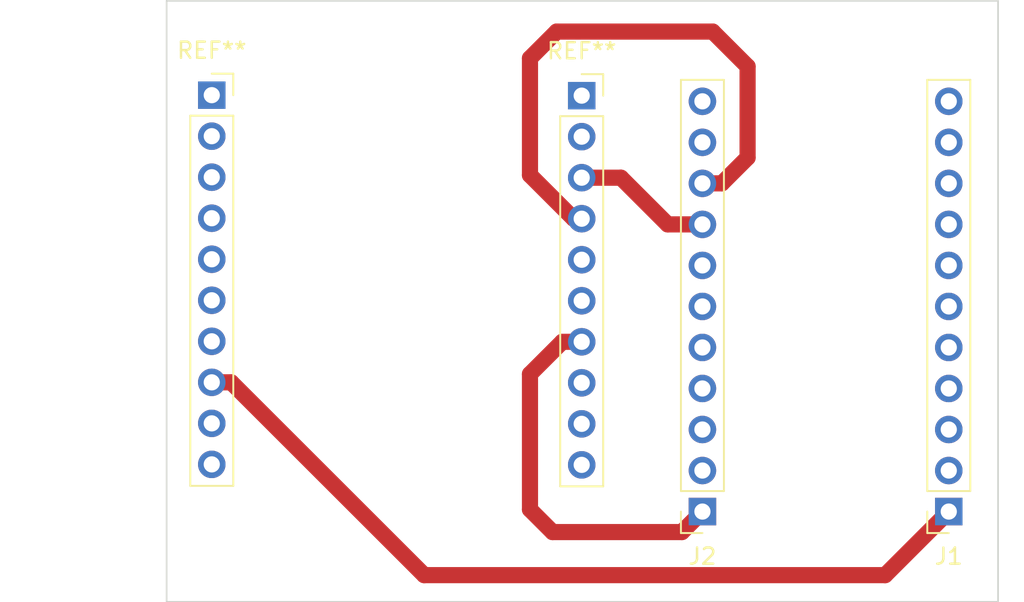
<source format=kicad_pcb>
(kicad_pcb (version 20211014) (generator pcbnew)
  (layers (0 "F.Cu" signal) (31 "B.Cu" signal) (34 "B.Paste" user) (35 "F.Paste" user) (36 "B.SilkS" user "B.Silkscreen") (37 "F.SilkS" user "F.Silkscreen") (38 "B.Mask" user) (39 "F.Mask" user) (44 "Edge.Cuts" user))
  (net 0 "")
  (net 1 "3v3")
  (net 2 "GND")
  (net 19 "SCL")
  (net 20 "SDA")
  (footprint "Connector_PinSocket_2.54mm:PinSocket_1x11_P2.54mm_Vertical" (layer "F.Cu") (at 149.733 109.855 180)
    (fp_text reference "J2" (at 0 -2.77) (layer "F.SilkS"))
    (fp_text value "Conn_01x12")
    (fp_line (start -1.33 1.27) (end -1.33 26.73) (layer "F.SilkS") (width 0.12))
    (fp_line (start 1.33 1.27) (end 1.33 26.73) (layer "F.SilkS") (width 0.12))
    (fp_line (start 0 -1.33) (end 1.33 -1.33) (layer "F.SilkS") (width 0.12))
    (fp_line (start -1.33 26.73) (end 1.33 26.73) (layer "F.SilkS") (width 0.12))
    (fp_line (start -1.33 1.27) (end 1.33 1.27) (layer "F.SilkS") (width 0.12))
    (fp_line (start 1.33 -1.33) (end 1.33 0) (layer "F.SilkS") (width 0.12))
    (pad "1" thru_hole rect (at 0 0 180) (size 1.7 1.7) (drill 1) (layers *.Cu *.Mask) (net 2 "GND"))
    (pad "2" thru_hole oval (at 0 2.54 180) (size 1.7 1.7) (drill 1) (layers *.Cu *.Mask))
    (pad "3" thru_hole oval (at 0 5.08 180) (size 1.7 1.7) (drill 1) (layers *.Cu *.Mask))
    (pad "4" thru_hole oval (at 0 7.62 180) (size 1.7 1.7) (drill 1) (layers *.Cu *.Mask))
    (pad "5" thru_hole oval (at 0 10.16 180) (size 1.7 1.7) (drill 1) (layers *.Cu *.Mask))
    (pad "6" thru_hole oval (at 0 12.7 180) (size 1.7 1.7) (drill 1) (layers *.Cu *.Mask))
    (pad "7" thru_hole oval (at 0 15.24 180) (size 1.7 1.7) (drill 1) (layers *.Cu *.Mask))
    (pad "8" thru_hole oval (at 0 17.78 180) (size 1.7 1.7) (drill 1) (layers *.Cu *.Mask) (net 19 "SCL"))
    (pad "9" thru_hole oval (at 0 20.32 180) (size 1.7 1.7) (drill 1) (layers *.Cu *.Mask) (net 20 "SDA"))
    (pad "10" thru_hole oval (at 0 22.86 180) (size 1.7 1.7) (drill 1) (layers *.Cu *.Mask))
    (pad "11" thru_hole oval (at 0 25.4 180) (size 1.7 1.7) (drill 1) (layers *.Cu *.Mask))
  )
  (footprint "Connector_PinSocket_2.54mm:PinSocket_1x11_P2.54mm_Vertical" (layer "F.Cu") (at 164.973 109.855 180)
    (fp_text reference "J1" (at 0 -2.77) (layer "F.SilkS"))
    (fp_text value "Conn_01x12")
    (fp_line (start -1.33 1.27) (end -1.33 26.73) (layer "F.SilkS") (width 0.12))
    (fp_line (start 1.33 -1.33) (end 1.33 0) (layer "F.SilkS") (width 0.12))
    (fp_line (start -1.33 1.27) (end 1.33 1.27) (layer "F.SilkS") (width 0.12))
    (fp_line (start -1.33 26.73) (end 1.33 26.73) (layer "F.SilkS") (width 0.12))
    (fp_line (start 1.33 1.27) (end 1.33 26.73) (layer "F.SilkS") (width 0.12))
    (fp_line (start 0 -1.33) (end 1.33 -1.33) (layer "F.SilkS") (width 0.12))
    (pad "1" thru_hole rect (at 0 0 180) (size 1.7 1.7) (drill 1) (layers *.Cu *.Mask) (net 1 "3v3"))
    (pad "2" thru_hole oval (at 0 2.54 180) (size 1.7 1.7) (drill 1) (layers *.Cu *.Mask))
    (pad "3" thru_hole oval (at 0 5.08 180) (size 1.7 1.7) (drill 1) (layers *.Cu *.Mask))
    (pad "4" thru_hole oval (at 0 7.62 180) (size 1.7 1.7) (drill 1) (layers *.Cu *.Mask))
    (pad "5" thru_hole oval (at 0 10.16 180) (size 1.7 1.7) (drill 1) (layers *.Cu *.Mask))
    (pad "6" thru_hole oval (at 0 12.7 180) (size 1.7 1.7) (drill 1) (layers *.Cu *.Mask))
    (pad "7" thru_hole oval (at 0 15.24 180) (size 1.7 1.7) (drill 1) (layers *.Cu *.Mask))
    (pad "8" thru_hole oval (at 0 17.78 180) (size 1.7 1.7) (drill 1) (layers *.Cu *.Mask))
    (pad "9" thru_hole oval (at 0 20.32 180) (size 1.7 1.7) (drill 1) (layers *.Cu *.Mask))
    (pad "10" thru_hole oval (at 0 22.86 180) (size 1.7 1.7) (drill 1) (layers *.Cu *.Mask))
    (pad "11" thru_hole oval (at 0 25.4 180) (size 1.7 1.7) (drill 1) (layers *.Cu *.Mask))
  )
  (footprint "Connector_PinSocket_2.54mm:PinSocket_1x10_P2.54mm_Vertical" (layer "F.Cu") (at 142.265 84.104)
    (fp_text reference "REF**" (at 0 -2.77) (layer "F.SilkS"))
    (fp_text value "PinSocket_1x10_P2.54mm_Vertical")
    (fp_line (start -1.33 1.27) (end -1.33 24.19) (layer "F.SilkS") (width 0.12))
    (fp_line (start -1.33 24.19) (end 1.33 24.19) (layer "F.SilkS") (width 0.12))
    (fp_line (start 0 -1.33) (end 1.33 -1.33) (layer "F.SilkS") (width 0.12))
    (fp_line (start 1.33 -1.33) (end 1.33 0) (layer "F.SilkS") (width 0.12))
    (fp_line (start 1.33 1.27) (end 1.33 24.19) (layer "F.SilkS") (width 0.12))
    (fp_line (start -1.33 1.27) (end 1.33 1.27) (layer "F.SilkS") (width 0.12))
    (pad "1" thru_hole rect (at 0 0) (size 1.7 1.7) (drill 1) (layers *.Cu *.Mask))
    (pad "2" thru_hole oval (at 0 2.54) (size 1.7 1.7) (drill 1) (layers *.Cu *.Mask))
    (pad "3" thru_hole oval (at 0 5.08) (size 1.7 1.7) (drill 1) (layers *.Cu *.Mask) (net 19 "SCL"))
    (pad "4" thru_hole oval (at 0 7.62) (size 1.7 1.7) (drill 1) (layers *.Cu *.Mask) (net 20 "SDA"))
    (pad "5" thru_hole oval (at 0 10.16) (size 1.7 1.7) (drill 1) (layers *.Cu *.Mask))
    (pad "6" thru_hole oval (at 0 12.7) (size 1.7 1.7) (drill 1) (layers *.Cu *.Mask))
    (pad "7" thru_hole oval (at 0 15.24) (size 1.7 1.7) (drill 1) (layers *.Cu *.Mask) (net 2 "GND"))
    (pad "8" thru_hole oval (at 0 17.78) (size 1.7 1.7) (drill 1) (layers *.Cu *.Mask))
    (pad "9" thru_hole oval (at 0 20.32) (size 1.7 1.7) (drill 1) (layers *.Cu *.Mask))
    (pad "10" thru_hole oval (at 0 22.86) (size 1.7 1.7) (drill 1) (layers *.Cu *.Mask))
  )
  (footprint "Connector_PinSocket_2.54mm:PinSocket_1x10_P2.54mm_Vertical" (layer "F.Cu") (at 119.38 84.074)
    (fp_text reference "REF**" (at 0 -2.77) (layer "F.SilkS"))
    (fp_text value "PinSocket_1x10_P2.54mm_Vertical")
    (fp_line (start -1.33 1.27) (end -1.33 24.19) (layer "F.SilkS") (width 0.12))
    (fp_line (start -1.33 24.19) (end 1.33 24.19) (layer "F.SilkS") (width 0.12))
    (fp_line (start 0 -1.33) (end 1.33 -1.33) (layer "F.SilkS") (width 0.12))
    (fp_line (start 1.33 -1.33) (end 1.33 0) (layer "F.SilkS") (width 0.12))
    (fp_line (start 1.33 1.27) (end 1.33 24.19) (layer "F.SilkS") (width 0.12))
    (fp_line (start -1.33 1.27) (end 1.33 1.27) (layer "F.SilkS") (width 0.12))
    (pad "1" thru_hole rect (at 0 0) (size 1.7 1.7) (drill 1) (layers *.Cu *.Mask))
    (pad "2" thru_hole oval (at 0 2.54) (size 1.7 1.7) (drill 1) (layers *.Cu *.Mask))
    (pad "3" thru_hole oval (at 0 5.08) (size 1.7 1.7) (drill 1) (layers *.Cu *.Mask))
    (pad "4" thru_hole oval (at 0 7.62) (size 1.7 1.7) (drill 1) (layers *.Cu *.Mask))
    (pad "5" thru_hole oval (at 0 10.16) (size 1.7 1.7) (drill 1) (layers *.Cu *.Mask))
    (pad "6" thru_hole oval (at 0 12.7) (size 1.7 1.7) (drill 1) (layers *.Cu *.Mask))
    (pad "7" thru_hole oval (at 0 15.24) (size 1.7 1.7) (drill 1) (layers *.Cu *.Mask))
    (pad "8" thru_hole oval (at 0 17.78) (size 1.7 1.7) (drill 1) (layers *.Cu *.Mask) (net 1 "3v3"))
    (pad "9" thru_hole oval (at 0 20.32) (size 1.7 1.7) (drill 1) (layers *.Cu *.Mask))
    (pad "10" thru_hole oval (at 0 22.86) (size 1.7 1.7) (drill 1) (layers *.Cu *.Mask))
  )
  (gr_rect (start 116.586 78.232) (end 168.021 115.443) (layer "Edge.Cuts") (width 0.1) (fill none))
  (segment (start 119.38 101.854) (end 120.582081 101.854) (width 1) (layer "F.Cu") (net 1))
  (segment (start 161.036 113.792) (end 164.973 109.855) (width 1) (layer "F.Cu") (net 1))
  (segment (start 120.582081 101.854) (end 132.520081 113.792) (width 1) (layer "F.Cu") (net 1))
  (segment (start 132.520081 113.792) (end 161.036 113.792) (width 1) (layer "F.Cu") (net 1))
  (segment (start 149.383009 110.204991) (end 149.733 109.855) (width 1) (layer "F.Cu") (net 2))
  (segment (start 140.462 111.125) (end 148.463 111.125) (width 1) (layer "F.Cu") (net 2))
  (segment (start 141.062919 99.344) (end 139.065 101.341919) (width 1) (layer "F.Cu") (net 2))
  (segment (start 148.463 111.125) (end 149.733 109.855) (width 1) (layer "F.Cu") (net 2))
  (segment (start 139.065 101.341919) (end 139.065 109.728) (width 1) (layer "F.Cu") (net 2))
  (segment (start 139.065 109.728) (end 140.462 111.125) (width 1) (layer "F.Cu") (net 2))
  (segment (start 142.265 99.344) (end 141.062919 99.344) (width 1) (layer "F.Cu") (net 2))
  (segment (start 144.692489 89.184) (end 147.583489 92.075) (width 1) (layer "F.Cu") (net 19))
  (segment (start 142.265 89.184) (end 144.692489 89.184) (width 1) (layer "F.Cu") (net 19))
  (segment (start 147.583489 92.075) (end 149.733 92.075) (width 1) (layer "F.Cu") (net 19))
  (segment (start 142.265 91.724) (end 141.765131 91.724) (width 1) (layer "F.Cu") (net 20))
  (segment (start 150.935081 89.535) (end 149.733 89.535) (width 1) (layer "F.Cu") (net 20))
  (segment (start 139.065 89.023869) (end 139.065 81.788) (width 1) (layer "F.Cu") (net 20))
  (segment (start 152.527 82.296) (end 152.527 87.943081) (width 1) (layer "F.Cu") (net 20))
  (segment (start 152.527 87.943081) (end 150.935081 89.535) (width 1) (layer "F.Cu") (net 20))
  (segment (start 139.065 81.788) (end 140.716 80.137) (width 1) (layer "F.Cu") (net 20))
  (segment (start 150.368 80.137) (end 152.527 82.296) (width 1) (layer "F.Cu") (net 20))
  (segment (start 141.765131 91.724) (end 139.065 89.023869) (width 1) (layer "F.Cu") (net 20))
  (segment (start 140.716 80.137) (end 150.368 80.137) (width 1) (layer "F.Cu") (net 20))
)
</source>
